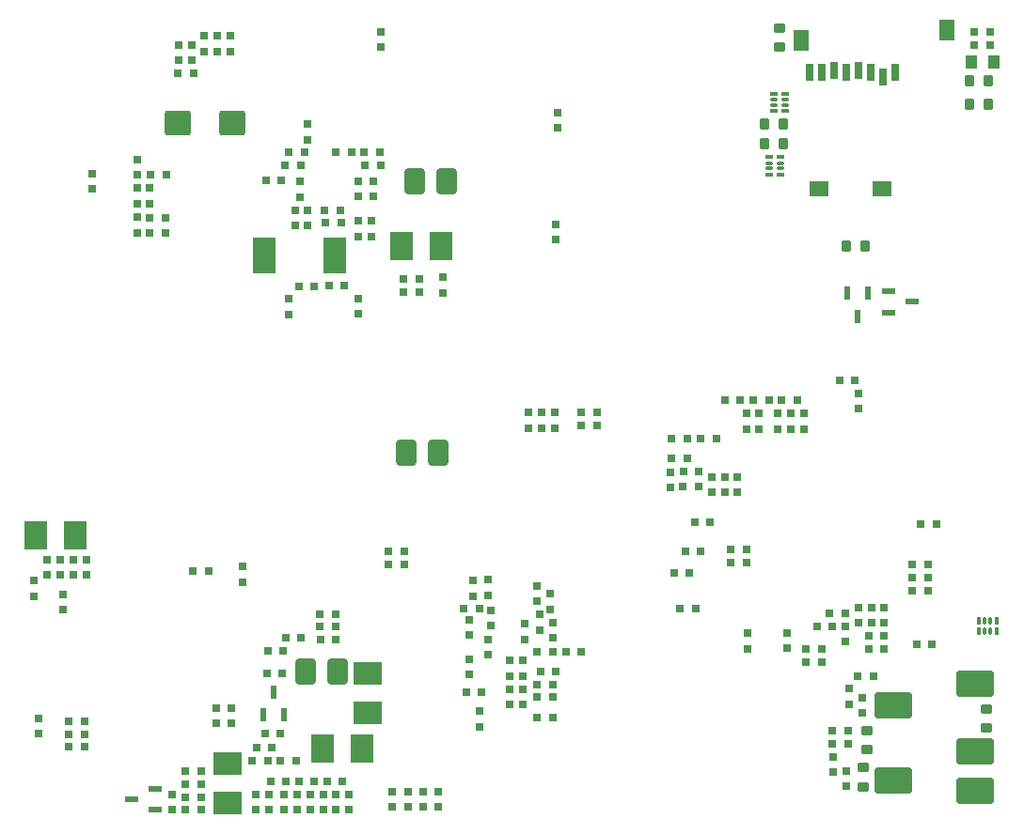
<source format=gbp>
G04 Layer_Color=128*
%FSLAX24Y24*%
%MOIN*%
G70*
G01*
G75*
G04:AMPARAMS|DCode=14|XSize=90.6mil|YSize=70.9mil|CornerRadius=8.9mil|HoleSize=0mil|Usage=FLASHONLY|Rotation=270.000|XOffset=0mil|YOffset=0mil|HoleType=Round|Shape=RoundedRectangle|*
%AMROUNDEDRECTD14*
21,1,0.0906,0.0532,0,0,270.0*
21,1,0.0728,0.0709,0,0,270.0*
1,1,0.0177,-0.0266,-0.0364*
1,1,0.0177,-0.0266,0.0364*
1,1,0.0177,0.0266,0.0364*
1,1,0.0177,0.0266,-0.0364*
%
%ADD14ROUNDEDRECTD14*%
%ADD15R,0.0300X0.0300*%
%ADD16R,0.0300X0.0300*%
G04:AMPARAMS|DCode=18|XSize=39.4mil|YSize=35.4mil|CornerRadius=4.4mil|HoleSize=0mil|Usage=FLASHONLY|Rotation=180.000|XOffset=0mil|YOffset=0mil|HoleType=Round|Shape=RoundedRectangle|*
%AMROUNDEDRECTD18*
21,1,0.0394,0.0266,0,0,180.0*
21,1,0.0305,0.0354,0,0,180.0*
1,1,0.0089,-0.0153,0.0133*
1,1,0.0089,0.0153,0.0133*
1,1,0.0089,0.0153,-0.0133*
1,1,0.0089,-0.0153,-0.0133*
%
%ADD18ROUNDEDRECTD18*%
%ADD19R,0.0984X0.0787*%
G04:AMPARAMS|DCode=20|XSize=23.6mil|YSize=15.7mil|CornerRadius=2mil|HoleSize=0mil|Usage=FLASHONLY|Rotation=90.000|XOffset=0mil|YOffset=0mil|HoleType=Round|Shape=RoundedRectangle|*
%AMROUNDEDRECTD20*
21,1,0.0236,0.0118,0,0,90.0*
21,1,0.0197,0.0157,0,0,90.0*
1,1,0.0039,0.0059,0.0098*
1,1,0.0039,0.0059,-0.0098*
1,1,0.0039,-0.0059,-0.0098*
1,1,0.0039,-0.0059,0.0098*
%
%ADD20ROUNDEDRECTD20*%
G04:AMPARAMS|DCode=21|XSize=23.6mil|YSize=11.8mil|CornerRadius=1.5mil|HoleSize=0mil|Usage=FLASHONLY|Rotation=90.000|XOffset=0mil|YOffset=0mil|HoleType=Round|Shape=RoundedRectangle|*
%AMROUNDEDRECTD21*
21,1,0.0236,0.0089,0,0,90.0*
21,1,0.0207,0.0118,0,0,90.0*
1,1,0.0030,0.0044,0.0103*
1,1,0.0030,0.0044,-0.0103*
1,1,0.0030,-0.0044,-0.0103*
1,1,0.0030,-0.0044,0.0103*
%
%ADD21ROUNDEDRECTD21*%
G04:AMPARAMS|DCode=22|XSize=23.6mil|YSize=15.7mil|CornerRadius=2mil|HoleSize=0mil|Usage=FLASHONLY|Rotation=180.000|XOffset=0mil|YOffset=0mil|HoleType=Round|Shape=RoundedRectangle|*
%AMROUNDEDRECTD22*
21,1,0.0236,0.0118,0,0,180.0*
21,1,0.0197,0.0157,0,0,180.0*
1,1,0.0039,-0.0098,0.0059*
1,1,0.0039,0.0098,0.0059*
1,1,0.0039,0.0098,-0.0059*
1,1,0.0039,-0.0098,-0.0059*
%
%ADD22ROUNDEDRECTD22*%
G04:AMPARAMS|DCode=23|XSize=23.6mil|YSize=11.8mil|CornerRadius=1.5mil|HoleSize=0mil|Usage=FLASHONLY|Rotation=180.000|XOffset=0mil|YOffset=0mil|HoleType=Round|Shape=RoundedRectangle|*
%AMROUNDEDRECTD23*
21,1,0.0236,0.0089,0,0,180.0*
21,1,0.0207,0.0118,0,0,180.0*
1,1,0.0030,-0.0103,0.0044*
1,1,0.0030,0.0103,0.0044*
1,1,0.0030,0.0103,-0.0044*
1,1,0.0030,-0.0103,-0.0044*
%
%ADD23ROUNDEDRECTD23*%
G04:AMPARAMS|DCode=27|XSize=39.4mil|YSize=35.4mil|CornerRadius=4.4mil|HoleSize=0mil|Usage=FLASHONLY|Rotation=90.000|XOffset=0mil|YOffset=0mil|HoleType=Round|Shape=RoundedRectangle|*
%AMROUNDEDRECTD27*
21,1,0.0394,0.0266,0,0,90.0*
21,1,0.0305,0.0354,0,0,90.0*
1,1,0.0089,0.0133,0.0153*
1,1,0.0089,0.0133,-0.0153*
1,1,0.0089,-0.0133,-0.0153*
1,1,0.0089,-0.0133,0.0153*
%
%ADD27ROUNDEDRECTD27*%
%ADD28R,0.0400X0.0500*%
G04:AMPARAMS|DCode=43|XSize=94.5mil|YSize=133.9mil|CornerRadius=11.8mil|HoleSize=0mil|Usage=FLASHONLY|Rotation=90.000|XOffset=0mil|YOffset=0mil|HoleType=Round|Shape=RoundedRectangle|*
%AMROUNDEDRECTD43*
21,1,0.0945,0.1102,0,0,90.0*
21,1,0.0709,0.1339,0,0,90.0*
1,1,0.0236,0.0551,0.0354*
1,1,0.0236,0.0551,-0.0354*
1,1,0.0236,-0.0551,-0.0354*
1,1,0.0236,-0.0551,0.0354*
%
%ADD43ROUNDEDRECTD43*%
%ADD52R,0.0787X0.0984*%
%ADD56R,0.0709X0.0551*%
%ADD57R,0.0551X0.0748*%
%ADD58R,0.0315X0.0591*%
%ADD66R,0.0236X0.0512*%
%ADD111R,0.0512X0.0236*%
%ADD112R,0.0800X0.1250*%
G04:AMPARAMS|DCode=113|XSize=92.5mil|YSize=88.6mil|CornerRadius=11.1mil|HoleSize=0mil|Usage=FLASHONLY|Rotation=0.000|XOffset=0mil|YOffset=0mil|HoleType=Round|Shape=RoundedRectangle|*
%AMROUNDEDRECTD113*
21,1,0.0925,0.0664,0,0,0.0*
21,1,0.0704,0.0886,0,0,0.0*
1,1,0.0221,0.0352,-0.0332*
1,1,0.0221,-0.0352,-0.0332*
1,1,0.0221,-0.0352,0.0332*
1,1,0.0221,0.0352,0.0332*
%
%ADD113ROUNDEDRECTD113*%
D14*
X16309Y22920D02*
D03*
X17451D02*
D03*
X16029Y13290D02*
D03*
X17171D02*
D03*
X12459Y5510D02*
D03*
X13601D02*
D03*
D15*
X21680Y6200D02*
D03*
X22230D02*
D03*
X15950Y9313D02*
D03*
X15400D02*
D03*
X15950Y9773D02*
D03*
X15400D02*
D03*
X4070Y3760D02*
D03*
X4620D02*
D03*
X13520Y7560D02*
D03*
X12970D02*
D03*
Y7100D02*
D03*
X13520D02*
D03*
X13530Y6640D02*
D03*
X12980D02*
D03*
X8750Y1060D02*
D03*
X8200D02*
D03*
Y600D02*
D03*
X8750D02*
D03*
X8200Y1520D02*
D03*
X8750D02*
D03*
X8200Y1980D02*
D03*
X8750D02*
D03*
X11640Y5440D02*
D03*
X11090D02*
D03*
X10560Y2360D02*
D03*
X11110D02*
D03*
X12120D02*
D03*
X11570D02*
D03*
Y3310D02*
D03*
X11020D02*
D03*
X11270Y2820D02*
D03*
X10720D02*
D03*
X9010Y9080D02*
D03*
X8460D02*
D03*
X13220Y1620D02*
D03*
X13770D02*
D03*
X11760D02*
D03*
X11210D02*
D03*
X12760D02*
D03*
X12210D02*
D03*
X9280Y4200D02*
D03*
X9830D02*
D03*
X9280Y3680D02*
D03*
X9830D02*
D03*
X4070Y2830D02*
D03*
X4620D02*
D03*
X4070Y3290D02*
D03*
X4620D02*
D03*
X36170Y27740D02*
D03*
X36720D02*
D03*
Y28200D02*
D03*
X36170D02*
D03*
X6940Y21610D02*
D03*
X7490D02*
D03*
X34670Y6490D02*
D03*
X34120D02*
D03*
X34520Y8390D02*
D03*
X33970D02*
D03*
X32970Y6780D02*
D03*
X32420D02*
D03*
X32970Y6320D02*
D03*
X32420D02*
D03*
X32040Y5360D02*
D03*
X32590D02*
D03*
X31590Y7580D02*
D03*
X31040D02*
D03*
X31130Y7120D02*
D03*
X30580D02*
D03*
X34270Y10740D02*
D03*
X34820D02*
D03*
X31940Y15850D02*
D03*
X31390D02*
D03*
X34520Y8850D02*
D03*
X33970D02*
D03*
X25850Y12620D02*
D03*
X26400D02*
D03*
X26800Y10800D02*
D03*
X26250D02*
D03*
X26060Y9010D02*
D03*
X25510D02*
D03*
X26460Y9780D02*
D03*
X25910D02*
D03*
X25742Y7752D02*
D03*
X26292D02*
D03*
X26460Y13780D02*
D03*
X27010D02*
D03*
X33971Y9306D02*
D03*
X34521D02*
D03*
X28330Y15130D02*
D03*
X28880D02*
D03*
X25990Y13780D02*
D03*
X25440D02*
D03*
Y13080D02*
D03*
X25990D02*
D03*
X26390Y12090D02*
D03*
X25840D02*
D03*
X27320Y15130D02*
D03*
X27870D02*
D03*
X21220Y3880D02*
D03*
X20670D02*
D03*
X21220Y4600D02*
D03*
X20670D02*
D03*
X20780Y5520D02*
D03*
X21330D02*
D03*
X21220Y6200D02*
D03*
X20670D02*
D03*
X18700Y4780D02*
D03*
X18150D02*
D03*
X18060Y7760D02*
D03*
X18610D02*
D03*
X21220Y5060D02*
D03*
X20670D02*
D03*
X28078Y9830D02*
D03*
X27528D02*
D03*
X28080Y9370D02*
D03*
X27530D02*
D03*
X22780Y14240D02*
D03*
X22230D02*
D03*
X22780Y14700D02*
D03*
X22230D02*
D03*
X29330Y15130D02*
D03*
X29880D02*
D03*
X14530Y23930D02*
D03*
X15080D02*
D03*
X14560Y23470D02*
D03*
X15110D02*
D03*
X14870Y22370D02*
D03*
X14320D02*
D03*
X13140Y21890D02*
D03*
X13690D02*
D03*
X13710Y21430D02*
D03*
X13160D02*
D03*
X12280Y23470D02*
D03*
X11730D02*
D03*
X11050Y22930D02*
D03*
X11600D02*
D03*
X11870Y23930D02*
D03*
X12420D02*
D03*
X13830Y19200D02*
D03*
X13280D02*
D03*
X14080Y23930D02*
D03*
X13530D02*
D03*
X14860Y22900D02*
D03*
X14310D02*
D03*
X12220Y19190D02*
D03*
X12770D02*
D03*
X15940Y19450D02*
D03*
X16490D02*
D03*
X15940Y18970D02*
D03*
X16490D02*
D03*
X6940Y21080D02*
D03*
X7490D02*
D03*
X7510Y23130D02*
D03*
X6960D02*
D03*
X8490Y26750D02*
D03*
X7940D02*
D03*
X31130Y3410D02*
D03*
X31680D02*
D03*
X31130Y2950D02*
D03*
X31680D02*
D03*
X30750Y6320D02*
D03*
X30200D02*
D03*
Y5860D02*
D03*
X30750D02*
D03*
X12300Y6700D02*
D03*
X11750D02*
D03*
X11120Y6230D02*
D03*
X11670D02*
D03*
D16*
X11850Y18180D02*
D03*
Y18730D02*
D03*
X17340Y19510D02*
D03*
Y18960D02*
D03*
X14320Y18750D02*
D03*
Y18200D02*
D03*
X15120Y27670D02*
D03*
Y28220D02*
D03*
X4680Y8940D02*
D03*
Y9490D02*
D03*
X3850Y8260D02*
D03*
Y7710D02*
D03*
X7740Y600D02*
D03*
Y1150D02*
D03*
X3300Y8940D02*
D03*
Y9490D02*
D03*
X4220Y8940D02*
D03*
Y9490D02*
D03*
X3760Y8940D02*
D03*
Y9490D02*
D03*
X2840Y8180D02*
D03*
Y8730D02*
D03*
X16076Y700D02*
D03*
Y1250D02*
D03*
X16622Y700D02*
D03*
Y1250D02*
D03*
X15530Y700D02*
D03*
Y1250D02*
D03*
X17168Y700D02*
D03*
Y1250D02*
D03*
X12620Y1160D02*
D03*
Y610D02*
D03*
X13540D02*
D03*
Y1160D02*
D03*
X13080Y610D02*
D03*
Y1160D02*
D03*
X14000Y610D02*
D03*
Y1160D02*
D03*
X10700Y600D02*
D03*
Y1150D02*
D03*
X10240Y9240D02*
D03*
Y8690D02*
D03*
X11700Y1160D02*
D03*
Y610D02*
D03*
X11160Y600D02*
D03*
Y1150D02*
D03*
X12160Y610D02*
D03*
Y1160D02*
D03*
X6480Y21080D02*
D03*
Y21630D02*
D03*
X31590Y7120D02*
D03*
Y6570D02*
D03*
X32050Y7790D02*
D03*
Y7240D02*
D03*
X32510Y7790D02*
D03*
Y7240D02*
D03*
X28080Y14120D02*
D03*
Y14670D02*
D03*
X30110Y14120D02*
D03*
Y14670D02*
D03*
X4880Y23180D02*
D03*
Y22630D02*
D03*
X28114Y6869D02*
D03*
Y6319D02*
D03*
X29530Y6332D02*
D03*
Y6882D02*
D03*
X32070Y14840D02*
D03*
Y15390D02*
D03*
X28540Y14670D02*
D03*
Y14120D02*
D03*
X20670Y8550D02*
D03*
Y8000D02*
D03*
X21220Y7260D02*
D03*
Y6710D02*
D03*
X20760Y7530D02*
D03*
Y6980D02*
D03*
X21130Y7720D02*
D03*
Y8270D02*
D03*
X20220Y6660D02*
D03*
Y7210D02*
D03*
X18620Y4100D02*
D03*
Y3550D02*
D03*
X18250Y5400D02*
D03*
Y5950D02*
D03*
X18920Y6110D02*
D03*
Y6660D02*
D03*
X18400Y8730D02*
D03*
Y8180D02*
D03*
X18910Y8220D02*
D03*
Y8770D02*
D03*
X20150Y4890D02*
D03*
Y4340D02*
D03*
Y5900D02*
D03*
Y5350D02*
D03*
X19690Y4892D02*
D03*
Y4342D02*
D03*
X19030Y7140D02*
D03*
Y7690D02*
D03*
X19690Y5350D02*
D03*
Y5900D02*
D03*
X26850Y12420D02*
D03*
Y11870D02*
D03*
X25380Y12590D02*
D03*
Y12040D02*
D03*
X27310Y12420D02*
D03*
Y11870D02*
D03*
X27770D02*
D03*
Y12420D02*
D03*
X21330Y21380D02*
D03*
Y20830D02*
D03*
X21290Y14700D02*
D03*
Y14150D02*
D03*
X20830Y14700D02*
D03*
Y14150D02*
D03*
X20370Y14700D02*
D03*
Y14150D02*
D03*
X29190Y14120D02*
D03*
Y14670D02*
D03*
X29650Y14120D02*
D03*
Y14670D02*
D03*
X32970Y7790D02*
D03*
Y7240D02*
D03*
X14320Y21500D02*
D03*
Y20950D02*
D03*
X14780Y21500D02*
D03*
Y20950D02*
D03*
X12530Y21330D02*
D03*
Y21880D02*
D03*
X12080Y21330D02*
D03*
Y21880D02*
D03*
X12270Y22350D02*
D03*
Y22900D02*
D03*
X12520Y24940D02*
D03*
Y24390D02*
D03*
X6500Y22120D02*
D03*
Y22670D02*
D03*
X6940Y22120D02*
D03*
Y22670D02*
D03*
X6500Y23690D02*
D03*
Y23140D02*
D03*
X9800Y27520D02*
D03*
Y28070D02*
D03*
X9330D02*
D03*
Y27520D02*
D03*
X8870D02*
D03*
Y28070D02*
D03*
X8410Y27210D02*
D03*
Y27760D02*
D03*
X7950D02*
D03*
Y27210D02*
D03*
X18250Y6810D02*
D03*
Y7360D02*
D03*
X31640Y1980D02*
D03*
Y1430D02*
D03*
X31740Y4350D02*
D03*
Y4900D02*
D03*
X31170Y1930D02*
D03*
Y2480D02*
D03*
X32200Y4580D02*
D03*
Y4030D02*
D03*
X21380Y24800D02*
D03*
Y25350D02*
D03*
X3000Y3300D02*
D03*
Y3850D02*
D03*
D18*
X32230Y2095D02*
D03*
Y1425D02*
D03*
X36580Y4165D02*
D03*
Y3495D02*
D03*
X32350Y2745D02*
D03*
Y3415D02*
D03*
X29250Y27675D02*
D03*
Y28345D02*
D03*
D19*
X14660Y5446D02*
D03*
Y4048D02*
D03*
X9700Y2256D02*
D03*
Y858D02*
D03*
D20*
X36335Y6933D02*
D03*
X36945D02*
D03*
Y7327D02*
D03*
X36335D02*
D03*
D21*
X36542Y6933D02*
D03*
X36738D02*
D03*
Y7327D02*
D03*
X36542D02*
D03*
D22*
X28883Y23155D02*
D03*
Y23765D02*
D03*
X29277D02*
D03*
Y23155D02*
D03*
X29053Y25415D02*
D03*
Y26025D02*
D03*
X29447D02*
D03*
Y25415D02*
D03*
D23*
X28883Y23362D02*
D03*
Y23558D02*
D03*
X29277D02*
D03*
Y23362D02*
D03*
X29053Y25622D02*
D03*
Y25818D02*
D03*
X29447D02*
D03*
Y25622D02*
D03*
D27*
X29385Y24240D02*
D03*
X28715D02*
D03*
X35985Y26480D02*
D03*
X36655D02*
D03*
X29385Y24940D02*
D03*
X28715D02*
D03*
X31625Y20610D02*
D03*
X32295D02*
D03*
X35985Y25640D02*
D03*
X36655D02*
D03*
D28*
X36050Y27160D02*
D03*
X36850D02*
D03*
D43*
X33293Y1661D02*
D03*
Y4299D02*
D03*
X36207Y2685D02*
D03*
X36200Y5087D02*
D03*
X36207Y1268D02*
D03*
D52*
X13074Y2770D02*
D03*
X14472D02*
D03*
X2884Y10340D02*
D03*
X4282D02*
D03*
X15874Y20610D02*
D03*
X17272D02*
D03*
D56*
X30647Y22658D02*
D03*
X32891D02*
D03*
D57*
X30017Y27895D02*
D03*
X35194Y28288D02*
D03*
D58*
X33360Y26773D02*
D03*
X32927Y26615D02*
D03*
X32494Y26773D02*
D03*
X32060Y26851D02*
D03*
X31627Y26773D02*
D03*
X31194Y26851D02*
D03*
X30761Y26773D02*
D03*
X30328D02*
D03*
D66*
X31656Y18943D02*
D03*
X32404D02*
D03*
X32030Y18117D02*
D03*
X11694Y3967D02*
D03*
X10946D02*
D03*
X11320Y4793D02*
D03*
D111*
X33117Y18256D02*
D03*
Y19004D02*
D03*
X33943Y18630D02*
D03*
X7123Y1354D02*
D03*
Y606D02*
D03*
X6297Y980D02*
D03*
D112*
X13490Y20270D02*
D03*
X10990D02*
D03*
D113*
X9855Y24980D02*
D03*
X7925D02*
D03*
M02*

</source>
